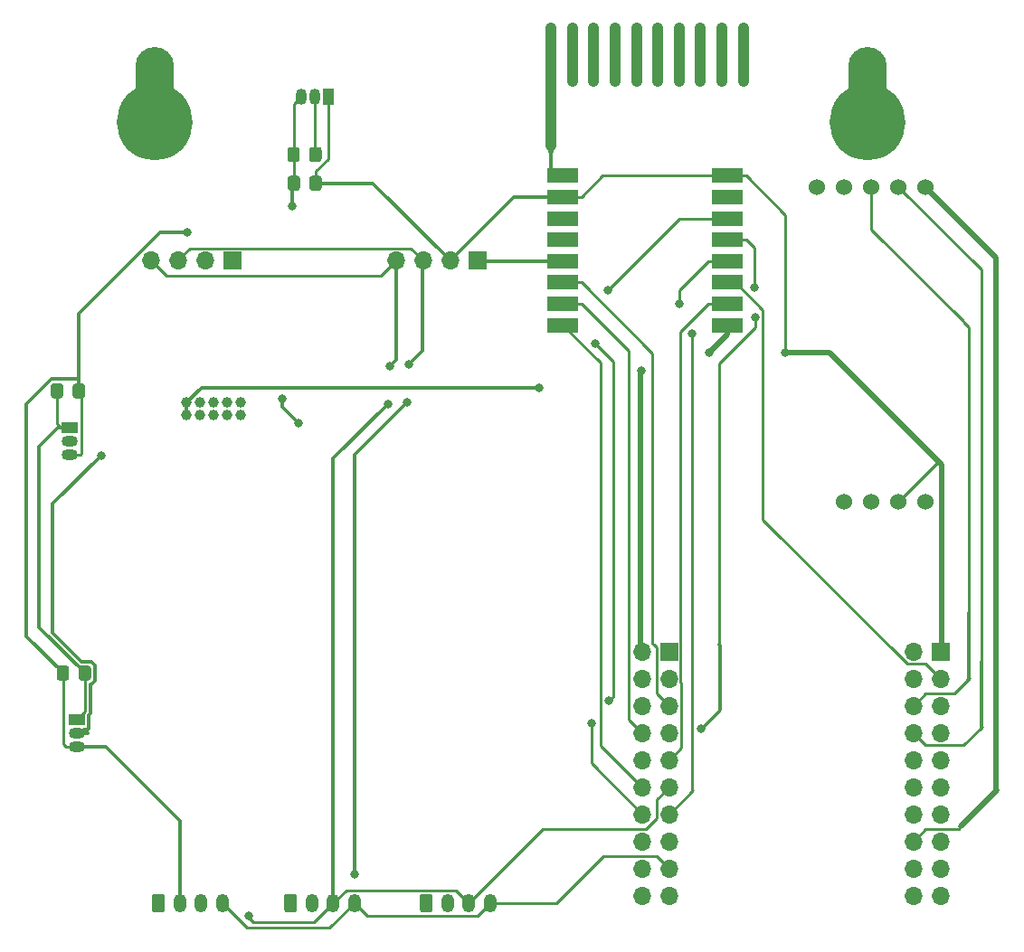
<source format=gbr>
%TF.GenerationSoftware,KiCad,Pcbnew,(5.1.6-0-10_14)*%
%TF.CreationDate,2020-08-27T22:21:12+02:00*%
%TF.ProjectId,airquality,61697271-7561-46c6-9974-792e6b696361,rev?*%
%TF.SameCoordinates,Original*%
%TF.FileFunction,Copper,L1,Top*%
%TF.FilePolarity,Positive*%
%FSLAX46Y46*%
G04 Gerber Fmt 4.6, Leading zero omitted, Abs format (unit mm)*
G04 Created by KiCad (PCBNEW (5.1.6-0-10_14)) date 2020-08-27 22:21:12*
%MOMM*%
%LPD*%
G01*
G04 APERTURE LIST*
%TA.AperFunction,EtchedComponent*%
%ADD10C,1.000000*%
%TD*%
%TA.AperFunction,WasherPad*%
%ADD11O,3.600000X7.100000*%
%TD*%
%TA.AperFunction,WasherPad*%
%ADD12O,7.100000X7.100000*%
%TD*%
%TA.AperFunction,ComponentPad*%
%ADD13R,1.500000X1.050000*%
%TD*%
%TA.AperFunction,ComponentPad*%
%ADD14O,1.500000X1.050000*%
%TD*%
%TA.AperFunction,ComponentPad*%
%ADD15O,1.200000X1.750000*%
%TD*%
%TA.AperFunction,SMDPad,CuDef*%
%ADD16R,3.000000X1.400000*%
%TD*%
%TA.AperFunction,Conductor*%
%ADD17C,0.100000*%
%TD*%
%TA.AperFunction,ViaPad*%
%ADD18C,1.000000*%
%TD*%
%TA.AperFunction,ComponentPad*%
%ADD19O,1.700000X1.700000*%
%TD*%
%TA.AperFunction,ComponentPad*%
%ADD20R,1.700000X1.700000*%
%TD*%
%TA.AperFunction,ComponentPad*%
%ADD21R,1.050000X1.500000*%
%TD*%
%TA.AperFunction,ComponentPad*%
%ADD22O,1.050000X1.500000*%
%TD*%
%TA.AperFunction,ComponentPad*%
%ADD23C,1.000000*%
%TD*%
%TA.AperFunction,ComponentPad*%
%ADD24C,1.524000*%
%TD*%
%TA.AperFunction,ViaPad*%
%ADD25C,0.800000*%
%TD*%
%TA.AperFunction,Conductor*%
%ADD26C,0.250000*%
%TD*%
%TA.AperFunction,Conductor*%
%ADD27C,0.330000*%
%TD*%
%TA.AperFunction,Conductor*%
%ADD28C,0.500000*%
%TD*%
G04 APERTURE END LIST*
D10*
%TO.C,AE1*%
X172830000Y-59478000D02*
X172830000Y-64478000D01*
X170830000Y-59478000D02*
X170830000Y-64478000D01*
X168830000Y-59478000D02*
X168830000Y-64478000D01*
X166830000Y-59478000D02*
X166830000Y-64478000D01*
X164830000Y-59478000D02*
X164830000Y-64478000D01*
X162830000Y-59478000D02*
X162830000Y-64478000D01*
X160830000Y-59478000D02*
X160830000Y-64478000D01*
X158830000Y-59478000D02*
X158830000Y-64478000D01*
X156830000Y-59478000D02*
X156830000Y-64478000D01*
X154830000Y-70478000D02*
X154830000Y-59478000D01*
%TD*%
D11*
%TO.P,G\u002A\u002A\u002A,*%
%TO.N,*%
X184454800Y-64820800D03*
D12*
X184454800Y-68249800D03*
%TD*%
%TO.P,G\u002A\u002A\u002A,*%
%TO.N,*%
X117703600Y-68249800D03*
D11*
X117703600Y-64820800D03*
%TD*%
D13*
%TO.P,U5,1*%
%TO.N,GND*%
X110439200Y-124256800D03*
D14*
%TO.P,U5,3*%
%TO.N,3.3V*%
X110439200Y-126796800D03*
%TO.P,U5,2*%
%TO.N,1wire*%
X110439200Y-125526800D03*
%TD*%
%TO.P,C3,2*%
%TO.N,GND*%
%TA.AperFunction,SMDPad,CuDef*%
G36*
G01*
X110626200Y-120338001D02*
X110626200Y-119437999D01*
G75*
G02*
X110876199Y-119188000I249999J0D01*
G01*
X111526201Y-119188000D01*
G75*
G02*
X111776200Y-119437999I0J-249999D01*
G01*
X111776200Y-120338001D01*
G75*
G02*
X111526201Y-120588000I-249999J0D01*
G01*
X110876199Y-120588000D01*
G75*
G02*
X110626200Y-120338001I0J249999D01*
G01*
G37*
%TD.AperFunction*%
%TO.P,C3,1*%
%TO.N,3.3V*%
%TA.AperFunction,SMDPad,CuDef*%
G36*
G01*
X108576200Y-120338001D02*
X108576200Y-119437999D01*
G75*
G02*
X108826199Y-119188000I249999J0D01*
G01*
X109476201Y-119188000D01*
G75*
G02*
X109726200Y-119437999I0J-249999D01*
G01*
X109726200Y-120338001D01*
G75*
G02*
X109476201Y-120588000I-249999J0D01*
G01*
X108826199Y-120588000D01*
G75*
G02*
X108576200Y-120338001I0J249999D01*
G01*
G37*
%TD.AperFunction*%
%TD*%
D15*
%TO.P,J8,4*%
%TO.N,I2C_SCL*%
X149154400Y-141427200D03*
%TO.P,J8,3*%
%TO.N,I2C_SDA*%
X147154400Y-141427200D03*
%TO.P,J8,2*%
%TO.N,3.3V*%
X145154400Y-141427200D03*
%TO.P,J8,1*%
%TO.N,GND*%
%TA.AperFunction,ComponentPad*%
G36*
G01*
X142554400Y-142052201D02*
X142554400Y-140802199D01*
G75*
G02*
X142804399Y-140552200I249999J0D01*
G01*
X143504401Y-140552200D01*
G75*
G02*
X143754400Y-140802199I0J-249999D01*
G01*
X143754400Y-142052201D01*
G75*
G02*
X143504401Y-142302200I-249999J0D01*
G01*
X142804399Y-142302200D01*
G75*
G02*
X142554400Y-142052201I0J249999D01*
G01*
G37*
%TD.AperFunction*%
%TD*%
D13*
%TO.P,U4,1*%
%TO.N,GND*%
X109778800Y-96926400D03*
D14*
%TO.P,U4,3*%
%TO.N,3.3V*%
X109778800Y-99466400D03*
%TO.P,U4,2*%
%TO.N,1wire*%
X109778800Y-98196400D03*
%TD*%
%TO.P,C2,2*%
%TO.N,GND*%
%TA.AperFunction,SMDPad,CuDef*%
G36*
G01*
X109176400Y-93021999D02*
X109176400Y-93922001D01*
G75*
G02*
X108926401Y-94172000I-249999J0D01*
G01*
X108276399Y-94172000D01*
G75*
G02*
X108026400Y-93922001I0J249999D01*
G01*
X108026400Y-93021999D01*
G75*
G02*
X108276399Y-92772000I249999J0D01*
G01*
X108926401Y-92772000D01*
G75*
G02*
X109176400Y-93021999I0J-249999D01*
G01*
G37*
%TD.AperFunction*%
%TO.P,C2,1*%
%TO.N,3.3V*%
%TA.AperFunction,SMDPad,CuDef*%
G36*
G01*
X111226400Y-93021999D02*
X111226400Y-93922001D01*
G75*
G02*
X110976401Y-94172000I-249999J0D01*
G01*
X110326399Y-94172000D01*
G75*
G02*
X110076400Y-93922001I0J249999D01*
G01*
X110076400Y-93021999D01*
G75*
G02*
X110326399Y-92772000I249999J0D01*
G01*
X110976401Y-92772000D01*
G75*
G02*
X111226400Y-93021999I0J-249999D01*
G01*
G37*
%TD.AperFunction*%
%TD*%
D16*
%TO.P,U3,16*%
%TO.N,IO34*%
X155926800Y-87314800D03*
%TO.P,U3,15*%
%TO.N,IO35*%
X155926800Y-85314800D03*
%TO.P,U3,14*%
%TO.N,IO26*%
X155926800Y-83314800D03*
%TO.P,U3,13*%
%TO.N,3.3V*%
X155926800Y-81314800D03*
%TO.P,U3,12*%
%TO.N,Net-(U3-Pad12)*%
X155926800Y-79314800D03*
%TO.P,U3,11*%
%TO.N,Net-(U3-Pad11)*%
X155926800Y-77314800D03*
%TO.P,U3,10*%
%TO.N,GND*%
X155926800Y-75314800D03*
%TO.P,U3,9*%
%TO.N,Net-(AE1-Pad1)*%
X155926800Y-73314800D03*
%TO.P,U3,8*%
%TO.N,GND*%
X171326800Y-73314800D03*
%TO.P,U3,7*%
%TO.N,Net-(U3-Pad7)*%
X171326800Y-75314800D03*
%TO.P,U3,6*%
%TO.N,IO14*%
X171326800Y-77314800D03*
%TO.P,U3,5*%
%TO.N,IO18*%
X171326800Y-79314800D03*
%TO.P,U3,4*%
%TO.N,IO5*%
X171326800Y-81314800D03*
%TO.P,U3,3*%
%TO.N,IO27*%
X171326800Y-83314800D03*
%TO.P,U3,2*%
%TO.N,IO19*%
X171326800Y-85314800D03*
%TO.P,U3,1*%
%TO.N,GND*%
X171326800Y-87314800D03*
%TD*%
%TA.AperFunction,Conductor*%
D17*
%TO.N,Net-(AE1-Pad1)*%
%TO.C,AE1*%
G36*
X155180000Y-70778000D02*
G01*
X154880000Y-71578000D01*
X154780000Y-71578000D01*
X154480000Y-70778000D01*
X155180000Y-70778000D01*
G37*
%TD.AperFunction*%
D18*
%TO.N,*%
X154830000Y-59478000D03*
X156830000Y-64478000D03*
X156830000Y-59478000D03*
X158830000Y-59478000D03*
X158830000Y-64478000D03*
X160830000Y-64478000D03*
X160830000Y-59478000D03*
X162830000Y-59478000D03*
X162830000Y-64478000D03*
X164830000Y-64478000D03*
X164830000Y-59478000D03*
X166830000Y-59478000D03*
X166830000Y-64478000D03*
X168830000Y-59478000D03*
X168830000Y-64478000D03*
X170830000Y-64478000D03*
X170830000Y-59478000D03*
X172830000Y-59478000D03*
X172830000Y-64478000D03*
%TD*%
D15*
%TO.P,J7,4*%
%TO.N,I2C_SCL*%
X136454400Y-141427200D03*
%TO.P,J7,3*%
%TO.N,I2C_SDA*%
X134454400Y-141427200D03*
%TO.P,J7,2*%
%TO.N,3.3V*%
X132454400Y-141427200D03*
%TO.P,J7,1*%
%TO.N,GND*%
%TA.AperFunction,ComponentPad*%
G36*
G01*
X129854400Y-142052201D02*
X129854400Y-140802199D01*
G75*
G02*
X130104399Y-140552200I249999J0D01*
G01*
X130804401Y-140552200D01*
G75*
G02*
X131054400Y-140802199I0J-249999D01*
G01*
X131054400Y-142052201D01*
G75*
G02*
X130804401Y-142302200I-249999J0D01*
G01*
X130104399Y-142302200D01*
G75*
G02*
X129854400Y-142052201I0J249999D01*
G01*
G37*
%TD.AperFunction*%
%TD*%
D19*
%TO.P,J6,4*%
%TO.N,I2C_SDA*%
X117398800Y-81280000D03*
%TO.P,J6,3*%
%TO.N,I2C_SCL*%
X119938800Y-81280000D03*
%TO.P,J6,2*%
%TO.N,GND*%
X122478800Y-81280000D03*
D20*
%TO.P,J6,1*%
%TO.N,3.3V*%
X125018800Y-81280000D03*
%TD*%
D21*
%TO.P,U1,1*%
%TO.N,GND*%
X133959600Y-65938400D03*
D22*
%TO.P,U1,3*%
%TO.N,3.3V*%
X131419600Y-65938400D03*
%TO.P,U1,2*%
%TO.N,1wire*%
X132689600Y-65938400D03*
%TD*%
%TO.P,R1,2*%
%TO.N,1wire*%
%TA.AperFunction,SMDPad,CuDef*%
G36*
G01*
X132216200Y-71773201D02*
X132216200Y-70873199D01*
G75*
G02*
X132466199Y-70623200I249999J0D01*
G01*
X133116201Y-70623200D01*
G75*
G02*
X133366200Y-70873199I0J-249999D01*
G01*
X133366200Y-71773201D01*
G75*
G02*
X133116201Y-72023200I-249999J0D01*
G01*
X132466199Y-72023200D01*
G75*
G02*
X132216200Y-71773201I0J249999D01*
G01*
G37*
%TD.AperFunction*%
%TO.P,R1,1*%
%TO.N,3.3V*%
%TA.AperFunction,SMDPad,CuDef*%
G36*
G01*
X130166200Y-71773201D02*
X130166200Y-70873199D01*
G75*
G02*
X130416199Y-70623200I249999J0D01*
G01*
X131066201Y-70623200D01*
G75*
G02*
X131316200Y-70873199I0J-249999D01*
G01*
X131316200Y-71773201D01*
G75*
G02*
X131066201Y-72023200I-249999J0D01*
G01*
X130416199Y-72023200D01*
G75*
G02*
X130166200Y-71773201I0J249999D01*
G01*
G37*
%TD.AperFunction*%
%TD*%
%TO.P,C1,2*%
%TO.N,GND*%
%TA.AperFunction,SMDPad,CuDef*%
G36*
G01*
X132234200Y-74465601D02*
X132234200Y-73565599D01*
G75*
G02*
X132484199Y-73315600I249999J0D01*
G01*
X133134201Y-73315600D01*
G75*
G02*
X133384200Y-73565599I0J-249999D01*
G01*
X133384200Y-74465601D01*
G75*
G02*
X133134201Y-74715600I-249999J0D01*
G01*
X132484199Y-74715600D01*
G75*
G02*
X132234200Y-74465601I0J249999D01*
G01*
G37*
%TD.AperFunction*%
%TO.P,C1,1*%
%TO.N,3.3V*%
%TA.AperFunction,SMDPad,CuDef*%
G36*
G01*
X130184200Y-74465601D02*
X130184200Y-73565599D01*
G75*
G02*
X130434199Y-73315600I249999J0D01*
G01*
X131084201Y-73315600D01*
G75*
G02*
X131334200Y-73565599I0J-249999D01*
G01*
X131334200Y-74465601D01*
G75*
G02*
X131084201Y-74715600I-249999J0D01*
G01*
X130434199Y-74715600D01*
G75*
G02*
X130184200Y-74465601I0J249999D01*
G01*
G37*
%TD.AperFunction*%
%TD*%
D19*
%TO.P,J4,4*%
%TO.N,I2C_SDA*%
X140309600Y-81280000D03*
%TO.P,J4,3*%
%TO.N,I2C_SCL*%
X142849600Y-81280000D03*
%TO.P,J4,2*%
%TO.N,GND*%
X145389600Y-81280000D03*
D20*
%TO.P,J4,1*%
%TO.N,3.3V*%
X147929600Y-81280000D03*
%TD*%
D15*
%TO.P,J5,4*%
%TO.N,I2C_SCL*%
X124084600Y-141427200D03*
%TO.P,J5,3*%
%TO.N,I2C_SDA*%
X122084600Y-141427200D03*
%TO.P,J5,2*%
%TO.N,3.3V*%
X120084600Y-141427200D03*
%TO.P,J5,1*%
%TO.N,GND*%
%TA.AperFunction,ComponentPad*%
G36*
G01*
X117484600Y-142052201D02*
X117484600Y-140802199D01*
G75*
G02*
X117734599Y-140552200I249999J0D01*
G01*
X118434601Y-140552200D01*
G75*
G02*
X118684600Y-140802199I0J-249999D01*
G01*
X118684600Y-142052201D01*
G75*
G02*
X118434601Y-142302200I-249999J0D01*
G01*
X117734599Y-142302200D01*
G75*
G02*
X117484600Y-142052201I0J249999D01*
G01*
G37*
%TD.AperFunction*%
%TD*%
D19*
%TO.P,J3,20*%
%TO.N,SD0*%
X188747400Y-140728700D03*
%TO.P,J3,19*%
%TO.N,CLK*%
X191287400Y-140728700D03*
%TO.P,J3,18*%
%TO.N,IO15*%
X188747400Y-138188700D03*
%TO.P,J3,17*%
%TO.N,SDI*%
X191287400Y-138188700D03*
%TO.P,J3,16*%
%TO.N,5V*%
X188747400Y-135648700D03*
%TO.P,J3,15*%
%TO.N,IO2*%
X191287400Y-135648700D03*
%TO.P,J3,14*%
%TO.N,GND*%
X188747400Y-133108700D03*
%TO.P,J3,13*%
%TO.N,IO0*%
X191287400Y-133108700D03*
%TO.P,J3,12*%
%TO.N,IO16*%
X188747400Y-130568700D03*
%TO.P,J3,11*%
%TO.N,1wire*%
X191287400Y-130568700D03*
%TO.P,J3,10*%
%TO.N,IO17*%
X188747400Y-128028700D03*
%TO.P,J3,9*%
%TO.N,TDI*%
X191287400Y-128028700D03*
%TO.P,J3,8*%
%TO.N,IO21*%
X188747400Y-125488700D03*
%TO.P,J3,7*%
%TO.N,IO32*%
X191287400Y-125488700D03*
%TO.P,J3,6*%
%TO.N,IO22*%
X188747400Y-122948700D03*
%TO.P,J3,5*%
%TO.N,IO25*%
X191287400Y-122948700D03*
%TO.P,J3,4*%
%TO.N,ESP_RXD*%
X188747400Y-120408700D03*
%TO.P,J3,3*%
%TO.N,IO27*%
X191287400Y-120408700D03*
%TO.P,J3,2*%
%TO.N,ESP_TXD*%
X188747400Y-117868700D03*
D20*
%TO.P,J3,1*%
%TO.N,GND*%
X191287400Y-117868700D03*
%TD*%
D19*
%TO.P,J2,20*%
%TO.N,CMD*%
X163347400Y-140728700D03*
%TO.P,J2,19*%
%TO.N,SD3*%
X165887400Y-140728700D03*
%TO.P,J2,18*%
%TO.N,SD2*%
X163347400Y-138188700D03*
%TO.P,J2,17*%
%TO.N,I2C_SCL*%
X165887400Y-138188700D03*
%TO.P,J2,16*%
%TO.N,NC*%
X163347400Y-135648700D03*
%TO.P,J2,15*%
%TO.N,3.3V*%
X165887400Y-135648700D03*
%TO.P,J2,14*%
%TO.N,IO14*%
X163347400Y-133108700D03*
%TO.P,J2,13*%
%TO.N,IO5*%
X165887400Y-133108700D03*
%TO.P,J2,12*%
%TO.N,IO34*%
X163347400Y-130568700D03*
%TO.P,J2,11*%
%TO.N,I2C_SDA*%
X165887400Y-130568700D03*
%TO.P,J2,10*%
%TO.N,IO33*%
X163347400Y-128028700D03*
%TO.P,J2,9*%
%TO.N,IO19*%
X165887400Y-128028700D03*
%TO.P,J2,8*%
%TO.N,IO35*%
X163347400Y-125488700D03*
%TO.P,J2,7*%
%TO.N,IO18*%
X165887400Y-125488700D03*
%TO.P,J2,6*%
%TO.N,SVN*%
X163347400Y-122948700D03*
%TO.P,J2,5*%
%TO.N,IO26*%
X165887400Y-122948700D03*
%TO.P,J2,4*%
%TO.N,NC*%
X163347400Y-120408700D03*
%TO.P,J2,3*%
%TO.N,SVP*%
X165887400Y-120408700D03*
%TO.P,J2,2*%
%TO.N,GND*%
X163347400Y-117868700D03*
D20*
%TO.P,J2,1*%
%TO.N,RST*%
X165887400Y-117868700D03*
%TD*%
D23*
%TO.P,U2,2*%
%TO.N,5V*%
X120729100Y-95732200D03*
%TO.P,U2,4*%
%TO.N,GND*%
X121999100Y-95732200D03*
%TO.P,U2,6*%
%TO.N,Net-(U2-Pad6)*%
X123269100Y-95732200D03*
%TO.P,U2,8*%
%TO.N,Net-(U2-Pad8)*%
X124539100Y-95732200D03*
%TO.P,U2,10*%
%TO.N,Net-(U2-Pad10)*%
X125809100Y-95732200D03*
%TO.P,U2,9*%
%TO.N,IO25*%
X125809100Y-94572200D03*
%TO.P,U2,7*%
%TO.N,IO32*%
X124539100Y-94572200D03*
%TO.P,U2,5*%
%TO.N,Net-(U2-Pad5)*%
X123269100Y-94572200D03*
%TO.P,U2,3*%
%TO.N,GND*%
X121999100Y-94572200D03*
%TO.P,U2,1*%
%TO.N,5V*%
X120729100Y-94572200D03*
%TD*%
D24*
%TO.P,J1,5*%
%TO.N,Net-(J1-Pad5)*%
X179730400Y-74350200D03*
%TO.P,J1,*%
%TO.N,*%
X182270400Y-74350200D03*
%TO.P,J1,7*%
%TO.N,IO22*%
X184810400Y-74350200D03*
%TO.P,J1,6*%
%TO.N,IO21*%
X187350400Y-74350200D03*
%TO.P,J1,3*%
%TO.N,5V*%
X189890400Y-74350200D03*
%TO.P,J1,4*%
%TO.N,Net-(J1-Pad4)*%
X182270400Y-103835200D03*
%TO.P,J1,*%
%TO.N,*%
X184810400Y-103835200D03*
%TO.P,J1,2*%
%TO.N,GND*%
X187350400Y-103835200D03*
%TO.P,J1,1*%
%TO.N,Net-(J1-Pad1)*%
X189890400Y-103835200D03*
%TD*%
D25*
%TO.N,3.3V*%
X130606800Y-76149200D03*
X120751600Y-78638400D03*
%TO.N,IO5*%
X166878000Y-85344000D03*
X168046400Y-88138000D03*
%TO.N,IO18*%
X173837600Y-83769200D03*
X173939200Y-86563200D03*
X168910000Y-125069600D03*
%TO.N,GND*%
X169621200Y-89865200D03*
X176733200Y-89865200D03*
X163271200Y-91541600D03*
%TO.N,5V*%
X153720800Y-93167200D03*
%TO.N,IO32*%
X129692400Y-94183200D03*
X131165600Y-96469200D03*
%TO.N,I2C_SDA*%
X126542800Y-142595600D03*
X139547600Y-94691200D03*
X139750800Y-91135200D03*
%TO.N,I2C_SCL*%
X136448800Y-138734800D03*
X141376400Y-94538800D03*
X141528800Y-90982800D03*
%TO.N,1wire*%
X112725200Y-99517200D03*
%TO.N,IO14*%
X160121600Y-84023200D03*
X158953200Y-89052400D03*
X160274000Y-122478800D03*
X158597600Y-124561602D03*
%TD*%
D26*
%TO.N,3.3V*%
X109439200Y-126796800D02*
X110439200Y-126796800D01*
X109151200Y-126508800D02*
X109439200Y-126796800D01*
X109151200Y-119888000D02*
X109151200Y-126508800D01*
X110853801Y-93674401D02*
X110651400Y-93472000D01*
X110853801Y-99391399D02*
X110853801Y-93674401D01*
X110778800Y-99466400D02*
X110853801Y-99391399D01*
X109778800Y-99466400D02*
X110778800Y-99466400D01*
X130759200Y-71341200D02*
X130741200Y-71323200D01*
X130759200Y-74015600D02*
X130759200Y-71341200D01*
X130741200Y-66616800D02*
X131419600Y-65938400D01*
X130741200Y-71323200D02*
X130741200Y-66616800D01*
D27*
X147964400Y-81314800D02*
X147929600Y-81280000D01*
X155926800Y-81314800D02*
X147964400Y-81314800D01*
X130606800Y-74168000D02*
X130759200Y-74015600D01*
X130606800Y-76149200D02*
X130606800Y-74168000D01*
X118242198Y-78638400D02*
X110651400Y-86229198D01*
X120751600Y-78638400D02*
X118242198Y-78638400D01*
X110439200Y-126796800D02*
X113131600Y-126796800D01*
X120084600Y-133749800D02*
X120084600Y-141427200D01*
X113131600Y-126796800D02*
X120084600Y-133749800D01*
X110651400Y-92345400D02*
X110651400Y-93472000D01*
X110651400Y-86229198D02*
X110651400Y-92345400D01*
X108083242Y-92345400D02*
X110651400Y-92345400D01*
X105714800Y-116451600D02*
X105714800Y-94713842D01*
X105714800Y-94713842D02*
X108083242Y-92345400D01*
X109151200Y-119888000D02*
X105714800Y-116451600D01*
D26*
%TO.N,IO5*%
X166878000Y-84013600D02*
X166878000Y-85344000D01*
X169576800Y-81314800D02*
X166878000Y-84013600D01*
X171326800Y-81314800D02*
X169576800Y-81314800D01*
X168046400Y-130746500D02*
X168148000Y-130848100D01*
X168148000Y-130848100D02*
X165887400Y-133108700D01*
X168046400Y-88138000D02*
X168046400Y-130746500D01*
%TO.N,IO34*%
X159461200Y-126682500D02*
X163347400Y-130568700D01*
X159461200Y-90849200D02*
X159461200Y-126682500D01*
X155926800Y-87314800D02*
X159461200Y-90849200D01*
%TO.N,IO19*%
X167062401Y-126853699D02*
X165887400Y-128028700D01*
X166960801Y-87930799D02*
X166960801Y-120757699D01*
X169576800Y-85314800D02*
X166960801Y-87930799D01*
X171326800Y-85314800D02*
X169576800Y-85314800D01*
X167062401Y-120972701D02*
X167062401Y-120757699D01*
X167062401Y-126853699D02*
X167062401Y-120972701D01*
%TO.N,IO35*%
X162070799Y-124212099D02*
X162172399Y-124313699D01*
X162070799Y-89708799D02*
X162070799Y-124212099D01*
X162172399Y-124313699D02*
X163347400Y-125488700D01*
X157676800Y-85314800D02*
X162070799Y-89708799D01*
X155926800Y-85314800D02*
X157676800Y-85314800D01*
%TO.N,IO18*%
X173076800Y-79314800D02*
X173837600Y-80075600D01*
X173837600Y-80075600D02*
X173837600Y-83769200D01*
X171326800Y-79314800D02*
X173076800Y-79314800D01*
X173939200Y-87487402D02*
X170545402Y-90881200D01*
X173939200Y-86563200D02*
X173939200Y-87487402D01*
X170647002Y-123332598D02*
X168910000Y-125069600D01*
X170545402Y-90881200D02*
X170545402Y-117236598D01*
D27*
X170647002Y-117338198D02*
X170545402Y-117236598D01*
X170647002Y-123332598D02*
X170647002Y-117338198D01*
D26*
%TO.N,IO26*%
X157676800Y-83314800D02*
X155926800Y-83314800D01*
X164338000Y-89976000D02*
X157676800Y-83314800D01*
X164439600Y-117246400D02*
X164338000Y-117144800D01*
X164439600Y-117221898D02*
X164439600Y-117246400D01*
X164712399Y-117494697D02*
X164439600Y-117221898D01*
X164712399Y-121773699D02*
X164712399Y-117494697D01*
X164338000Y-117144800D02*
X164338000Y-89976000D01*
X165887400Y-122948700D02*
X164712399Y-121773699D01*
%TO.N,GND*%
X111201200Y-123494800D02*
X110439200Y-124256800D01*
X111201200Y-119888000D02*
X111201200Y-123494800D01*
X109778800Y-96926400D02*
X108966000Y-96926400D01*
X108601400Y-96561800D02*
X108601400Y-93472000D01*
X108966000Y-96926400D02*
X108601400Y-96561800D01*
X133959600Y-71742990D02*
X132809200Y-72893390D01*
X132809200Y-72893390D02*
X132809200Y-74015600D01*
X133959600Y-65938400D02*
X133959600Y-71742990D01*
D28*
X171326800Y-88159600D02*
X169621200Y-89865200D01*
X171326800Y-87314800D02*
X171326800Y-88159600D01*
D26*
X157676800Y-75314800D02*
X155926800Y-75314800D01*
X159676800Y-73314800D02*
X157676800Y-75314800D01*
X171326800Y-73314800D02*
X159676800Y-73314800D01*
X176733200Y-76971200D02*
X176733200Y-89865200D01*
X173076800Y-73314800D02*
X176733200Y-76971200D01*
X171326800Y-73314800D02*
X173076800Y-73314800D01*
D27*
X151354800Y-75314800D02*
X155926800Y-75314800D01*
X145389600Y-81280000D02*
X151354800Y-75314800D01*
X138125200Y-74015600D02*
X132809200Y-74015600D01*
X145389600Y-81280000D02*
X138125200Y-74015600D01*
X191185800Y-117767100D02*
X191287400Y-117868700D01*
D28*
X163245800Y-117767100D02*
X163347400Y-117868700D01*
X163245800Y-91567000D02*
X163245800Y-117767100D01*
X163271200Y-91541600D02*
X163245800Y-91567000D01*
X180876200Y-89865200D02*
X176733200Y-89865200D01*
D26*
X190996700Y-100188900D02*
X191199900Y-100188900D01*
X187350400Y-103835200D02*
X190996700Y-100188900D01*
D28*
X191199900Y-100188900D02*
X180876200Y-89865200D01*
X191363600Y-117792500D02*
X191287400Y-117868700D01*
X191363600Y-100352600D02*
X191363600Y-117792500D01*
X191199900Y-100188900D02*
X191363600Y-100352600D01*
D27*
X106934000Y-98691200D02*
X108698800Y-96926400D01*
X108698800Y-96926400D02*
X109778800Y-96926400D01*
X106934000Y-115620800D02*
X106934000Y-98691200D01*
X111201200Y-119888000D02*
X106934000Y-115620800D01*
D28*
%TO.N,5V*%
X196596000Y-130860800D02*
X193192400Y-134264400D01*
D26*
X189922401Y-134473699D02*
X192983101Y-134473699D01*
X192983101Y-134473699D02*
X193192400Y-134264400D01*
X188747400Y-135648700D02*
X189922401Y-134473699D01*
D27*
X122134100Y-93167200D02*
X120729100Y-94572200D01*
X153720800Y-93167200D02*
X122134100Y-93167200D01*
X120729100Y-95732200D02*
X120726600Y-95732200D01*
X120729100Y-95729700D02*
X120729100Y-94572200D01*
X120726600Y-95732200D02*
X120729100Y-95729700D01*
X196494400Y-130759200D02*
X196596000Y-130860800D01*
D28*
X196494400Y-80954200D02*
X189890400Y-74350200D01*
X196494400Y-130759200D02*
X196494400Y-80954200D01*
D26*
%TO.N,IO21*%
X189922401Y-126663701D02*
X188747400Y-125488700D01*
X193477899Y-126663701D02*
X189922401Y-126663701D01*
D27*
X195122800Y-118821200D02*
X195122800Y-125018800D01*
D26*
X195122800Y-125018800D02*
X193477899Y-126663701D01*
X195224400Y-124917200D02*
X195122800Y-125018800D01*
X195122800Y-82122600D02*
X195122800Y-118821200D01*
X187350400Y-74350200D02*
X195122800Y-82122600D01*
D27*
%TO.N,IO32*%
X129692400Y-94996000D02*
X131165600Y-96469200D01*
X129692400Y-94183200D02*
X129692400Y-94996000D01*
D26*
%TO.N,IO22*%
X193395600Y-87020400D02*
X193903600Y-87528400D01*
X193903600Y-87528400D02*
X193903600Y-114300000D01*
X189922401Y-121773699D02*
X188747400Y-122948700D01*
X192627501Y-121773699D02*
X189922401Y-121773699D01*
D27*
X193903600Y-120497600D02*
X193878200Y-120523000D01*
X193903600Y-114300000D02*
X193903600Y-120497600D01*
D26*
X193878200Y-120523000D02*
X192627501Y-121773699D01*
X194005200Y-120396000D02*
X193878200Y-120523000D01*
X193395600Y-87020400D02*
X193395600Y-86918800D01*
X184810400Y-78333600D02*
X184810400Y-74350200D01*
X193395600Y-86918800D02*
X184810400Y-78333600D01*
%TO.N,IO27*%
X174664201Y-85867199D02*
X172111802Y-83314800D01*
X174664201Y-105524503D02*
X174664201Y-85867199D01*
X188183399Y-119043701D02*
X174664201Y-105524503D01*
X172111802Y-83314800D02*
X171326800Y-83314800D01*
X189922401Y-119043701D02*
X188183399Y-119043701D01*
X191287400Y-120408700D02*
X189922401Y-119043701D01*
%TO.N,I2C_SDA*%
X135654410Y-140227190D02*
X134454400Y-141427200D01*
X145954390Y-140227190D02*
X135654410Y-140227190D01*
X147154400Y-141427200D02*
X145954390Y-140227190D01*
X138887200Y-82702400D02*
X140309600Y-81280000D01*
X118821200Y-82702400D02*
X138887200Y-82702400D01*
X117398800Y-81280000D02*
X118821200Y-82702400D01*
X134454400Y-141427200D02*
X132625600Y-143256000D01*
X132625600Y-143256000D02*
X127000000Y-143256000D01*
X126542800Y-142798800D02*
X126542800Y-142595600D01*
X127000000Y-143256000D02*
X126542800Y-142798800D01*
D27*
X134454400Y-99784400D02*
X139547600Y-94691200D01*
X134454400Y-141427200D02*
X134454400Y-99784400D01*
X140309600Y-90576400D02*
X140309600Y-81280000D01*
X139750800Y-91135200D02*
X140309600Y-90576400D01*
D26*
X164712399Y-133482703D02*
X164712399Y-131743701D01*
X164712399Y-131743701D02*
X165887400Y-130568700D01*
X163721403Y-134473699D02*
X164712399Y-133482703D01*
X154107901Y-134473699D02*
X163721403Y-134473699D01*
X147154400Y-141427200D02*
X154107901Y-134473699D01*
%TO.N,I2C_SCL*%
X164712399Y-137013699D02*
X165887400Y-138188700D01*
X159765501Y-137013699D02*
X164712399Y-137013699D01*
X147954390Y-142627210D02*
X149154400Y-141427200D01*
X137654410Y-142627210D02*
X147954390Y-142627210D01*
X136454400Y-141427200D02*
X137654410Y-142627210D01*
X119938800Y-81280000D02*
X119888000Y-81280000D01*
X141674599Y-80104999D02*
X142849600Y-81280000D01*
X121063001Y-80104999D02*
X141674599Y-80104999D01*
X119888000Y-81280000D02*
X121063001Y-80104999D01*
X134117600Y-143764000D02*
X136454400Y-141427200D01*
X126421400Y-143764000D02*
X134117600Y-143764000D01*
X124084600Y-141427200D02*
X126421400Y-143764000D01*
D27*
X136448800Y-99466400D02*
X141376400Y-94538800D01*
X136448800Y-138734800D02*
X136448800Y-99466400D01*
X141528800Y-90982800D02*
X142798800Y-89712800D01*
X142798800Y-81330800D02*
X142849600Y-81280000D01*
X142798800Y-89712800D02*
X142798800Y-81330800D01*
D26*
X155352000Y-141427200D02*
X159765501Y-137013699D01*
X149154400Y-141427200D02*
X155352000Y-141427200D01*
%TO.N,1wire*%
X132689600Y-71221600D02*
X132791200Y-71323200D01*
X132689600Y-65938400D02*
X132689600Y-71221600D01*
D27*
X108204000Y-104038400D02*
X112725200Y-99517200D01*
X110885736Y-118822990D02*
X108204000Y-116141254D01*
X111554201Y-123834777D02*
X111691210Y-123697768D01*
X112141210Y-119183252D02*
X111780948Y-118822990D01*
X111691210Y-120953010D02*
X111780948Y-120953010D01*
X111691210Y-123697768D02*
X111691210Y-120953010D01*
X111780948Y-118822990D02*
X110885736Y-118822990D01*
X112141210Y-120592748D02*
X112141210Y-119183252D01*
X111519200Y-125526800D02*
X111139201Y-125146801D01*
X111554201Y-125073801D02*
X111554201Y-123834777D01*
X111780948Y-120953010D02*
X112141210Y-120592748D01*
X108204000Y-116141254D02*
X108204000Y-104038400D01*
X111139201Y-125146801D02*
X111481201Y-125146801D01*
X111481201Y-125146801D02*
X111554201Y-125073801D01*
X110439200Y-125526800D02*
X111519200Y-125526800D01*
%TO.N,Net-(AE1-Pad1)*%
X155926800Y-73314800D02*
X155052000Y-73314800D01*
X154830000Y-73092800D02*
X154830000Y-71343010D01*
X155052000Y-73314800D02*
X154830000Y-73092800D01*
D26*
%TO.N,IO14*%
X163347400Y-132410200D02*
X163347400Y-133108700D01*
X171326800Y-77314800D02*
X166880800Y-77314800D01*
X160172400Y-84023200D02*
X160121600Y-84023200D01*
X166880800Y-77314800D02*
X160172400Y-84023200D01*
X160629600Y-122123200D02*
X160274000Y-122478800D01*
X160629600Y-90728800D02*
X160629600Y-122123200D01*
X158953200Y-89052400D02*
X160629600Y-90728800D01*
X163347400Y-133108700D02*
X158597600Y-128358900D01*
X158597600Y-128358900D02*
X158597600Y-124561602D01*
%TD*%
M02*

</source>
